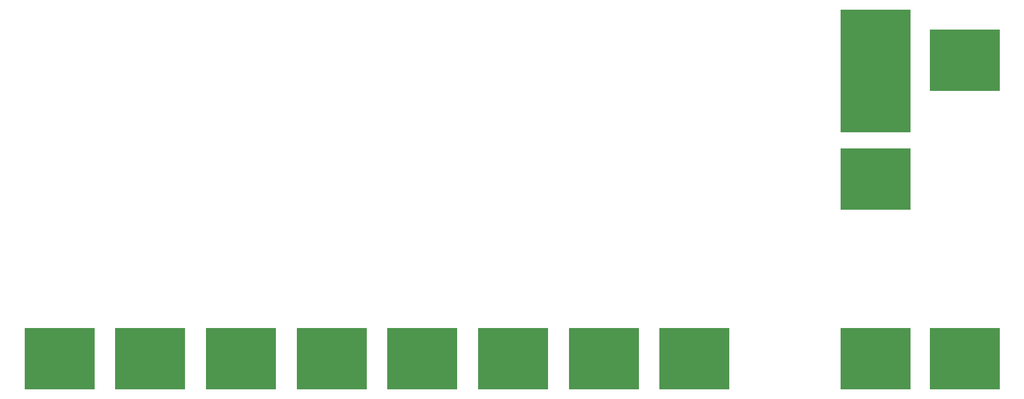
<source format=gbr>
G04 ===== Begin FILE IDENTIFICATION =====*
G04 File Format:  Gerber RS274X*
G04 ===== End FILE IDENTIFICATION =====*
%FSLAX24Y24*%
%MOMM*%
%SFA1.0000B1.0000*%
%OFA0.0B0.0*%
%ADD14R,11.049000X9.673600*%
%ADD15R,11.049000X19.347200*%
%LNL3*%
%IPPOS*%
%LPD*%
G75*
D14*
X-499800Y-250882D03*
X-357000D03*
X-214200D03*
X-71400D03*
X71400D03*
X214200D03*
X357000D03*
X499800D03*
X784590D03*
Y32368D03*
D15*
Y202514D03*
D14*
X925080Y-250882D03*
Y218882D03*
M02*


</source>
